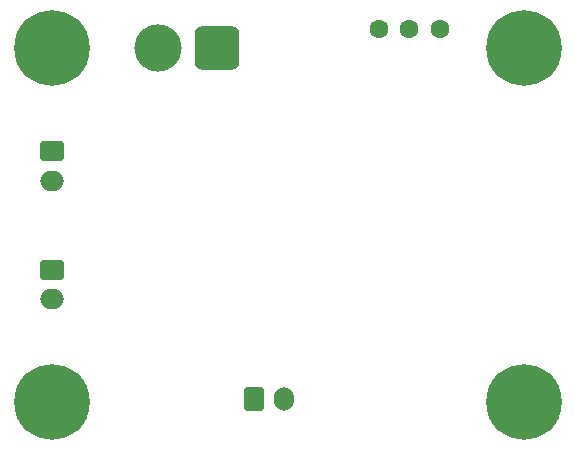
<source format=gbr>
%TF.GenerationSoftware,KiCad,Pcbnew,9.0.6-9.0.6~ubuntu22.04.1*%
%TF.CreationDate,2025-11-05T22:25:10+01:00*%
%TF.ProjectId,FliperKAd,466c6970-6572-44b4-9164-2e6b69636164,rev?*%
%TF.SameCoordinates,Original*%
%TF.FileFunction,Soldermask,Bot*%
%TF.FilePolarity,Negative*%
%FSLAX46Y46*%
G04 Gerber Fmt 4.6, Leading zero omitted, Abs format (unit mm)*
G04 Created by KiCad (PCBNEW 9.0.6-9.0.6~ubuntu22.04.1) date 2025-11-05 22:25:10*
%MOMM*%
%LPD*%
G01*
G04 APERTURE LIST*
G04 Aperture macros list*
%AMRoundRect*
0 Rectangle with rounded corners*
0 $1 Rounding radius*
0 $2 $3 $4 $5 $6 $7 $8 $9 X,Y pos of 4 corners*
0 Add a 4 corners polygon primitive as box body*
4,1,4,$2,$3,$4,$5,$6,$7,$8,$9,$2,$3,0*
0 Add four circle primitives for the rounded corners*
1,1,$1+$1,$2,$3*
1,1,$1+$1,$4,$5*
1,1,$1+$1,$6,$7*
1,1,$1+$1,$8,$9*
0 Add four rect primitives between the rounded corners*
20,1,$1+$1,$2,$3,$4,$5,0*
20,1,$1+$1,$4,$5,$6,$7,0*
20,1,$1+$1,$6,$7,$8,$9,0*
20,1,$1+$1,$8,$9,$2,$3,0*%
G04 Aperture macros list end*
%ADD10RoundRect,0.760000X1.140000X1.140000X-1.140000X1.140000X-1.140000X-1.140000X1.140000X-1.140000X0*%
%ADD11C,4.000000*%
%ADD12C,0.800000*%
%ADD13C,6.400000*%
%ADD14RoundRect,0.250000X-0.750000X0.600000X-0.750000X-0.600000X0.750000X-0.600000X0.750000X0.600000X0*%
%ADD15O,2.000000X1.700000*%
%ADD16RoundRect,0.800000X0.000010X0.000010X-0.000010X0.000010X-0.000010X-0.000010X0.000010X-0.000010X0*%
%ADD17O,1.700000X2.000000*%
%ADD18RoundRect,0.250000X-0.600000X-0.750000X0.600000X-0.750000X0.600000X0.750000X-0.600000X0.750000X0*%
G04 APERTURE END LIST*
D10*
%TO.C,J2*%
X34000000Y-20000000D03*
D11*
X29000000Y-20000000D03*
%TD*%
D12*
%TO.C,H1*%
X17600000Y-20000000D03*
X18302944Y-18302944D03*
X18302944Y-21697056D03*
X20000000Y-17600000D03*
D13*
X20000000Y-20000000D03*
D12*
X20000000Y-22400000D03*
X21697056Y-18302944D03*
X21697056Y-21697056D03*
X22400000Y-20000000D03*
%TD*%
%TO.C,H2*%
X57600000Y-20000000D03*
X58302944Y-18302944D03*
X58302944Y-21697056D03*
X60000000Y-17600000D03*
D13*
X60000000Y-20000000D03*
D12*
X60000000Y-22400000D03*
X61697056Y-18302944D03*
X61697056Y-21697056D03*
X62400000Y-20000000D03*
%TD*%
D14*
%TO.C,J3*%
X20000000Y-28750000D03*
D15*
X20000000Y-31250000D03*
%TD*%
D12*
%TO.C,H3*%
X57600000Y-50000000D03*
X58302944Y-48302944D03*
X58302944Y-51697056D03*
X60000000Y-47600000D03*
D13*
X60000000Y-50000000D03*
D12*
X60000000Y-52400000D03*
X61697056Y-48302944D03*
X61697056Y-51697056D03*
X62400000Y-50000000D03*
%TD*%
D16*
%TO.C,U3*%
X47755000Y-18380000D03*
X50300000Y-18370000D03*
X52855000Y-18370000D03*
%TD*%
D12*
%TO.C,H4*%
X17600000Y-50000000D03*
X18302944Y-48302944D03*
X18302944Y-51697056D03*
X20000000Y-47600000D03*
D13*
X20000000Y-50000000D03*
D12*
X20000000Y-52400000D03*
X21697056Y-48302944D03*
X21697056Y-51697056D03*
X22400000Y-50000000D03*
%TD*%
D17*
%TO.C,J1*%
X39675000Y-49675000D03*
D18*
X37175000Y-49675000D03*
%TD*%
D14*
%TO.C,J4*%
X20000000Y-38750000D03*
D15*
X20000000Y-41250000D03*
%TD*%
M02*

</source>
